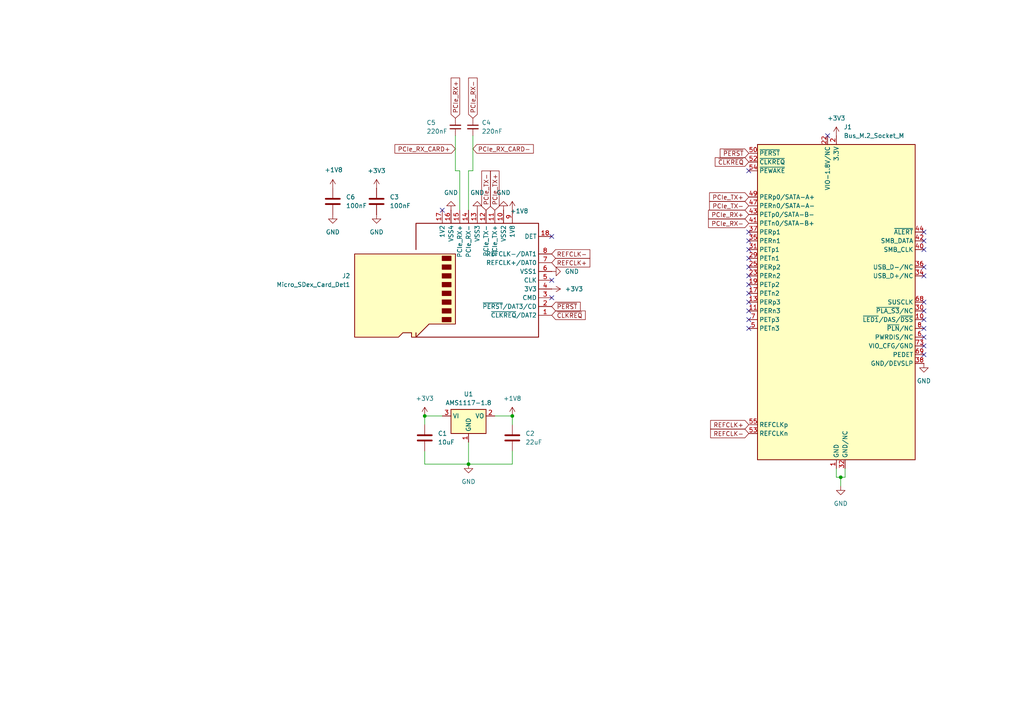
<source format=kicad_sch>
(kicad_sch (version 20250114) (generator "eeschema") (generator_version "9.0")
  (paper "A4")
  (lib_symbols
    (symbol "Device:C" (pin_numbers (hide yes)) (pin_names (offset 0.254))
      (property "Reference" "C" (at 0.635 2.54 0))
      (property "Value" "C" (at 0.635 -2.54 0))
      (symbol "C_0_1"
        (polyline (pts (xy -2.032 0.762) (xy 2.032 0.762)) (stroke (width 0.508)))
        (polyline (pts (xy -2.032 -0.762) (xy 2.032 -0.762)) (stroke (width 0.508)))
      )
      (symbol "C_1_1"
        (pin passive line (at 0 3.81 270) (length 2.794) (name "~") (number "1"))
        (pin passive line (at 0 -3.81 90) (length 2.794) (name "~") (number "2"))
      )
    )
    (symbol "Device:C_Small" (pin_numbers (hide yes)) (pin_names (offset 0.254) (hide yes))
      (property "Reference" "C" (at 0.254 1.778 0))
      (property "Value" "C_Small" (at 0.254 -2.032 0))
      (symbol "C_Small_0_1"
        (polyline (pts (xy -1.524 0.508) (xy 1.524 0.508)) (stroke (width 0.3048)))
        (polyline (pts (xy -1.524 -0.508) (xy 1.524 -0.508)) (stroke (width 0.3302)))
      )
      (symbol "C_Small_1_1"
        (pin passive line (at 0 2.54 270) (length 2.032) (name "~") (number "1"))
        (pin passive line (at 0 -2.54 90) (length 2.032) (name "~") (number "2"))
      )
    )
    (symbol "Regulator_Linear:AMS1117-1.8"
      (property "Reference" "U" (at -3.81 3.175 0))
      (property "Value" "AMS1117-1.8" (at 0 3.175 0))
      (symbol "AMS1117-1.8_0_1"
        (rectangle (start -5.08 -5.08) (end 5.08 1.905) (stroke (width 0.254)) (fill (type background)))
      )
      (symbol "AMS1117-1.8_1_1"
        (pin power_in line (at -7.62 0 0) (length 2.54) (name "VI") (number "3"))
        (pin power_in line (at 0 -7.62 90) (length 2.54) (name "GND") (number "1"))
        (pin power_out line (at 7.62 0 180) (length 2.54) (name "VO") (number "2"))
      )
    )
    (symbol "m1cha:Bus_M.2_Socket_M"
      (property "Reference" "J" (at -22.86 46.99 0))
      (property "Value" "Bus_M.2_Socket_M" (at 0.254 59.436 0))
      (symbol "Bus_M.2_Socket_M_0_1"
        (rectangle (start -22.86 45.72) (end 22.86 -45.72) (stroke (width 0.254)) (fill (type background)))
      )
      (symbol "Bus_M.2_Socket_M_1_0"
        (pin passive line (at 0 -48.26 90) (length 2.54) (hide yes) (name "GND") (number "76"))
        (pin passive line (at 0 -48.26 90) (length 2.54) (hide yes) (name "GND") (number "77"))
      )
      (symbol "Bus_M.2_Socket_M_1_1"
        (pin input line (at -25.4 43.18 0) (length 2.54) (name "~{PERST}") (number "50"))
        (pin bidirectional line (at -25.4 40.64 0) (length 2.54) (name "~{CLKREQ}") (number "52"))
        (pin bidirectional line (at -25.4 38.1 0) (length 2.54) (name "~{PEWAKE}") (number "54"))
        (pin output line (at -25.4 30.48 0) (length 2.54) (name "PERp0/SATA-A+") (number "49"))
        (pin output line (at -25.4 27.94 0) (length 2.54) (name "PERn0/SATA-A-") (number "47"))
        (pin input line (at -25.4 25.4 0) (length 2.54) (name "PETp0/SATA-B-") (number "43"))
        (pin input line (at -25.4 22.86 0) (length 2.54) (name "PETn0/SATA-B+") (number "41"))
        (pin output line (at -25.4 20.32 0) (length 2.54) (name "PERp1") (number "37"))
        (pin output line (at -25.4 17.78 0) (length 2.54) (name "PERn1") (number "35"))
        (pin output line (at -25.4 15.24 0) (length 2.54) (name "PETp1") (number "31"))
        (pin output line (at -25.4 12.7 0) (length 2.54) (name "PETn1") (number "29"))
        (pin input line (at -25.4 10.16 0) (length 2.54) (name "PERp2") (number "25"))
        (pin input line (at -25.4 7.62 0) (length 2.54) (name "PERn2") (number "23"))
        (pin output line (at -25.4 5.08 0) (length 2.54) (name "PETp2") (number "19"))
        (pin output line (at -25.4 2.54 0) (length 2.54) (name "PETn2") (number "17"))
        (pin input line (at -25.4 0 0) (length 2.54) (name "PERp3") (number "13"))
        (pin input line (at -25.4 -2.54 0) (length 2.54) (name "PERn3") (number "11"))
        (pin input line (at -25.4 -5.08 0) (length 2.54) (name "PETp3") (number "7"))
        (pin input line (at -25.4 -7.62 0) (length 2.54) (name "PETn3") (number "5"))
        (pin input line (at -25.4 -35.56 0) (length 2.54) (name "REFCLKp") (number "55"))
        (pin input line (at -25.4 -38.1 0) (length 2.54) (name "REFCLKn") (number "53"))
        (pin input line (at -2.54 48.26 270) (length 2.54) (name "VIO-1.8V/NC") (number "22"))
        (pin passive line (at 0 48.26 270) (length 2.54) (hide yes) (name "3.3V") (number "12"))
        (pin passive line (at 0 48.26 270) (length 2.54) (hide yes) (name "3.3V") (number "14"))
        (pin passive line (at 0 48.26 270) (length 2.54) (hide yes) (name "3.3V") (number "16"))
        (pin passive line (at 0 48.26 270) (length 2.54) (hide yes) (name "3.3V") (number "18"))
        (pin power_out line (at 0 48.26 270) (length 2.54) (name "3.3V") (number "2"))
        (pin passive line (at 0 48.26 270) (length 2.54) (hide yes) (name "3.3V") (number "4"))
        (pin passive line (at 0 48.26 270) (length 2.54) (hide yes) (name "3.3V") (number "70"))
        (pin passive line (at 0 48.26 270) (length 2.54) (hide yes) (name "3.3V") (number "72"))
        (pin passive line (at 0 48.26 270) (length 2.54) (hide yes) (name "3.3V") (number "74"))
        (pin power_out line (at 0 -48.26 90) (length 2.54) (name "GND") (number "1"))
        (pin passive line (at 0 -48.26 90) (length 2.54) (hide yes) (name "GND") (number "15"))
        (pin passive line (at 0 -48.26 90) (length 2.54) (hide yes) (name "GND") (number "21"))
        (pin passive line (at 0 -48.26 90) (length 2.54) (hide yes) (name "GND") (number "27"))
        (pin passive line (at 0 -48.26 90) (length 2.54) (hide yes) (name "GND") (number "3"))
        (pin passive line (at 0 -48.26 90) (length 2.54) (hide yes) (name "GND") (number "33"))
        (pin passive line (at 0 -48.26 90) (length 2.54) (hide yes) (name "GND") (number "39"))
        (pin passive line (at 0 -48.26 90) (length 2.54) (hide yes) (name "GND") (number "45"))
        (pin passive line (at 0 -48.26 90) (length 2.54) (hide yes) (name "GND") (number "51"))
        (pin passive line (at 0 -48.26 90) (length 2.54) (hide yes) (name "GND") (number "57"))
        (pin passive line (at 0 -48.26 90) (length 2.54) (hide yes) (name "GND") (number "71"))
        (pin passive line (at 0 -48.26 90) (length 2.54) (hide yes) (name "GND") (number "75"))
        (pin passive line (at 0 -48.26 90) (length 2.54) (hide yes) (name "GND") (number "9"))
        (pin passive line (at 2.54 -48.26 90) (length 2.54) (name "GND/NC") (number "32"))
        (pin no_connect line (at 22.86 43.18 180) (length 2.54) (hide yes) (name "MFG_CLOCK") (number "58"))
        (pin no_connect line (at 22.86 40.64 180) (length 2.54) (hide yes) (name "MFG_DATA") (number "56"))
        (pin no_connect line (at 22.86 38.1 180) (length 2.54) (hide yes) (name "NC") (number "48"))
        (pin no_connect line (at 22.86 35.56 180) (length 2.54) (hide yes) (name "NC") (number "46"))
        (pin no_connect line (at 22.86 33.02 180) (length 2.54) (hide yes) (name "NC") (number "28"))
        (pin no_connect line (at 22.86 30.48 180) (length 2.54) (hide yes) (name "NC") (number "26"))
        (pin no_connect line (at 22.86 27.94 180) (length 2.54) (hide yes) (name "NC") (number "24"))
        (pin no_connect line (at 22.86 25.4 180) (length 2.54) (hide yes) (name "NC") (number "20"))
        (pin no_connect line (at 22.86 22.86 180) (length 2.54) (hide yes) (name "NC") (number "67"))
        (pin output line (at 25.4 20.32 180) (length 2.54) (name "~{ALERT}") (number "44"))
        (pin bidirectional line (at 25.4 17.78 180) (length 2.54) (name "SMB_DATA") (number "42"))
        (pin bidirectional line (at 25.4 15.24 180) (length 2.54) (name "SMB_CLK") (number "40"))
        (pin bidirectional line (at 25.4 10.16 180) (length 2.54) (name "USB_D-/NC") (number "36"))
        (pin bidirectional line (at 25.4 7.62 180) (length 2.54) (name "USB_D+/NC") (number "34"))
        (pin input line (at 25.4 0 180) (length 2.54) (name "SUSCLK") (number "68"))
        (pin output line (at 25.4 -2.54 180) (length 2.54) (name "~{PLA_S3}/NC") (number "30"))
        (pin bidirectional line (at 25.4 -5.08 180) (length 2.54) (name "~{LED1}/DAS/~{DSS}") (number "10"))
        (pin input line (at 25.4 -7.62 180) (length 2.54) (name "~{PLN}/NC") (number "8"))
        (pin input line (at 25.4 -10.16 180) (length 2.54) (name "PWRDIS/NC") (number "6"))
        (pin passive line (at 25.4 -12.7 180) (length 2.54) (name "VIO_CFG/GND") (number "73"))
        (pin passive line (at 25.4 -15.24 180) (length 2.54) (name "PEDET") (number "69"))
        (pin input line (at 25.4 -17.78 180) (length 2.54) (name "GND/DEVSLP") (number "38"))
      )
    )
    (symbol "m1cha:Micro_SDex_Card_Det1"
      (property "Reference" "J" (at -16.51 17.78 0))
      (property "Value" "Micro_SDex_Card_Det1" (at 16.51 17.78 0))
      (symbol "Micro_SDex_Card_Det1_0_1"
        (polyline (pts (xy 5.08 -7.62) (xy 5.08 12.7) (xy 12.7 12.7) (xy 16.51 16.51) (xy 17.78 16.51) (xy 17.78 15.24) (xy 20.32 15.24) (xy 21.59 16.51) (xy 34.29 16.51) (xy 34.29 -7.62) (xy 5.08 -7.62)) (stroke (width 0.254)) (fill (type background)))
        (rectangle (start 6.35 12.065) (end 8.89 10.795) (stroke (width 0.254)) (fill (type outline)))
        (rectangle (start 6.35 9.525) (end 8.89 8.255) (stroke (width 0.254)) (fill (type outline)))
        (rectangle (start 6.35 6.985) (end 8.89 5.715) (stroke (width 0.254)) (fill (type outline)))
        (rectangle (start 6.35 4.445) (end 8.89 3.175) (stroke (width 0.254)) (fill (type outline)))
        (rectangle (start 6.35 1.905) (end 8.89 0.635) (stroke (width 0.254)) (fill (type outline)))
        (rectangle (start 6.35 -0.635) (end 8.89 -1.905) (stroke (width 0.254)) (fill (type outline)))
        (rectangle (start 6.35 -3.175) (end 8.89 -4.445) (stroke (width 0.254)) (fill (type outline)))
        (rectangle (start 6.35 -5.715) (end 8.89 -6.985) (stroke (width 0.254)) (fill (type outline)))
        (polyline (pts (xy 16.51 15.24) (xy 16.51 16.51) (xy -19.05 16.51) (xy -19.05 -16.51) (xy 16.51 -16.51) (xy 16.51 -8.89)) (stroke (width 0.254)))
      )
      (symbol "Micro_SDex_Card_Det1_1_1"
        (pin bidirectional line (at -22.86 10.16 0) (length 3.81) (name "~{CLKREQ}/DAT2") (number "1"))
        (pin bidirectional line (at -22.86 7.62 0) (length 3.81) (name "~{PERST}/DAT3/CD") (number "2"))
        (pin input line (at -22.86 5.08 0) (length 3.81) (name "CMD") (number "3"))
        (pin power_in line (at -22.86 2.54 0) (length 3.81) (name "3V3") (number "4"))
        (pin input line (at -22.86 0 0) (length 3.81) (name "CLK") (number "5"))
        (pin power_in line (at -22.86 -2.54 0) (length 3.81) (name "VSS1") (number "6"))
        (pin bidirectional line (at -22.86 -5.08 0) (length 3.81) (name "REFCLK+/DAT0") (number "7"))
        (pin bidirectional line (at -22.86 -7.62 0) (length 3.81) (name "REFCLK-/DAT1") (number "8"))
        (pin passive line (at -22.86 -12.7 0) (length 3.81) (name "DET") (number "18"))
        (pin power_in line (at -11.43 -20.32 90) (length 3.81) (name "1V8") (number "9"))
        (pin power_in line (at -8.89 -20.32 90) (length 3.81) (name "VSS2") (number "10"))
        (pin input line (at -6.35 -20.32 90) (length 3.81) (name "PCIe_TX+") (number "11"))
        (pin input line (at -3.81 -20.32 90) (length 3.81) (name "PCIe_TX-") (number "12"))
        (pin power_in line (at -1.27 -20.32 90) (length 3.81) (name "VSS3") (number "13"))
        (pin output line (at 1.27 -20.32 90) (length 3.81) (name "PCIe_RX-") (number "14"))
        (pin output line (at 3.81 -20.32 90) (length 3.81) (name "PCIe_RX+") (number "15"))
        (pin power_in line (at 6.35 -20.32 90) (length 3.81) (name "VSS4") (number "16"))
        (pin power_in line (at 8.89 -20.32 90) (length 3.81) (name "1V2") (number "17"))
      )
    )
    (symbol "power:+1V8" (power) (pin_numbers (hide yes)) (pin_names (offset 0) (hide yes))
      (property "Value" "+1V8" (at 0 3.556 0))
      (symbol "+1V8_0_1"
        (polyline (pts (xy -0.762 1.27) (xy 0 2.54)))
        (polyline (pts (xy 0 2.54) (xy 0.762 1.27)))
        (polyline (pts (xy 0 0) (xy 0 2.54)))
      )
      (symbol "+1V8_1_1"
        (pin power_in line (at 0 0 90) (length 0) (name "~") (number "1"))
      )
    )
    (symbol "power:+3V3" (power) (pin_numbers (hide yes)) (pin_names (offset 0) (hide yes))
      (property "Value" "+3V3" (at 0 3.556 0))
      (symbol "+3V3_0_1"
        (polyline (pts (xy -0.762 1.27) (xy 0 2.54)))
        (polyline (pts (xy 0 2.54) (xy 0.762 1.27)))
        (polyline (pts (xy 0 0) (xy 0 2.54)))
      )
      (symbol "+3V3_1_1"
        (pin power_in line (at 0 0 90) (length 0) (name "~") (number "1"))
      )
    )
    (symbol "power:GND" (power) (pin_numbers (hide yes)) (pin_names (offset 0) (hide yes))
      (property "Value" "GND" (at 0 -3.81 0))
      (symbol "GND_0_1"
        (polyline (pts (xy 0 0) (xy 0 -1.27) (xy 1.27 -1.27) (xy 0 -2.54) (xy -1.27 -1.27) (xy 0 -1.27)))
      )
      (symbol "GND_1_1"
        (pin power_in line (at 0 0 270) (length 0) (name "~") (number "1"))
      )
    )
  )
  (junction (at 123.19 120.65))
  (junction (at 135.89 134.62))
  (junction (at 243.84 138.43))
  (junction (at 148.59 120.65))
  (no_connect (at 267.97 69.85))
  (no_connect (at 217.17 90.17))
  (no_connect (at 128.27 60.96))
  (no_connect (at 267.97 67.31))
  (no_connect (at 217.17 72.39))
  (no_connect (at 217.17 87.63))
  (no_connect (at 267.97 80.01))
  (no_connect (at 267.97 77.47))
  (no_connect (at 217.17 82.55))
  (no_connect (at 217.17 95.25))
  (no_connect (at 240.03 39.37))
  (no_connect (at 267.97 97.79))
  (no_connect (at 267.97 87.63))
  (no_connect (at 217.17 67.31))
  (no_connect (at 217.17 69.85))
  (no_connect (at 217.17 92.71))
  (no_connect (at 267.97 72.39))
  (no_connect (at 267.97 95.25))
  (no_connect (at 217.17 80.01))
  (no_connect (at 217.17 49.53))
  (no_connect (at 267.97 102.87))
  (no_connect (at 267.97 92.71))
  (no_connect (at 217.17 77.47))
  (no_connect (at 267.97 90.17))
  (no_connect (at 217.17 74.93))
  (no_connect (at 160.02 68.58))
  (no_connect (at 160.02 86.36))
  (no_connect (at 217.17 85.09))
  (no_connect (at 267.97 100.33))
  (no_connect (at 160.02 81.28))
  (wire (pts (xy 128.27 120.65) (xy 123.19 120.65)))
  (wire (pts (xy 148.59 134.62) (xy 148.59 130.81)))
  (wire (pts (xy 137.16 49.53) (xy 135.89 49.53)))
  (wire (pts (xy 123.19 120.65) (xy 123.19 123.19)))
  (wire (pts (xy 132.08 49.53) (xy 132.08 39.37)))
  (wire (pts (xy 135.89 128.27) (xy 135.89 134.62)))
  (wire (pts (xy 137.16 39.37) (xy 137.16 49.53)))
  (wire (pts (xy 242.57 138.43) (xy 243.84 138.43)))
  (wire (pts (xy 243.84 138.43) (xy 243.84 140.97)))
  (wire (pts (xy 245.11 138.43) (xy 243.84 138.43)))
  (wire (pts (xy 123.19 134.62) (xy 135.89 134.62)))
  (wire (pts (xy 135.89 49.53) (xy 135.89 60.96)))
  (wire (pts (xy 245.11 135.89) (xy 245.11 138.43)))
  (wire (pts (xy 132.08 49.53) (xy 133.35 49.53)))
  (wire (pts (xy 148.59 120.65) (xy 148.59 123.19)))
  (wire (pts (xy 133.35 49.53) (xy 133.35 60.96)))
  (wire (pts (xy 143.51 120.65) (xy 148.59 120.65)))
  (wire (pts (xy 123.19 130.81) (xy 123.19 134.62)))
  (wire (pts (xy 242.57 135.89) (xy 242.57 138.43)))
  (wire (pts (xy 135.89 134.62) (xy 148.59 134.62)))
  (global_label "PCIe_TX-" (shape input) (at 217.17 59.69 180) (property "Intersheetrefs" "${INTERSHEET_REFS}" (effects (hide yes))))
  (global_label "~{PERST}" (shape input) (at 217.17 44.45 180) (property "Intersheetrefs" "${INTERSHEET_REFS}" (effects (hide yes))))
  (global_label "~{CLKREQ}" (shape input) (at 217.17 46.99 180) (property "Intersheetrefs" "${INTERSHEET_REFS}" (effects (hide yes))))
  (global_label "REFCLK-" (shape input) (at 217.17 125.73 180) (property "Intersheetrefs" "${INTERSHEET_REFS}" (effects (hide yes))))
  (global_label "PCIe_RX+" (shape input) (at 132.08 34.29 90) (property "Intersheetrefs" "${INTERSHEET_REFS}" (effects (hide yes))))
  (global_label "REFCLK+" (shape input) (at 160.02 76.2 0) (property "Intersheetrefs" "${INTERSHEET_REFS}" (effects (hide yes))))
  (global_label "PCIe_RX-" (shape input) (at 217.17 64.77 180) (property "Intersheetrefs" "${INTERSHEET_REFS}" (effects (hide yes))))
  (global_label "PCIe_RX-" (shape input) (at 137.16 34.29 90) (property "Intersheetrefs" "${INTERSHEET_REFS}" (effects (hide yes))))
  (global_label "REFCLK+" (shape input) (at 217.17 123.19 180) (property "Intersheetrefs" "${INTERSHEET_REFS}" (effects (hide yes))))
  (global_label "REFCLK-" (shape input) (at 160.02 73.66 0) (property "Intersheetrefs" "${INTERSHEET_REFS}" (effects (hide yes))))
  (global_label "PCIe_RX_CARD-" (shape input) (at 137.16 43.18 0) (property "Intersheetrefs" "${INTERSHEET_REFS}" (effects (hide yes))))
  (global_label "PCIe_TX+" (shape input) (at 217.17 57.15 180) (property "Intersheetrefs" "${INTERSHEET_REFS}" (effects (hide yes))))
  (global_label "PCIe_RX+" (shape input) (at 217.17 62.23 180) (property "Intersheetrefs" "${INTERSHEET_REFS}" (effects (hide yes))))
  (global_label "~{CLKREQ}" (shape input) (at 160.02 91.44 0) (property "Intersheetrefs" "${INTERSHEET_REFS}" (effects (hide yes))))
  (global_label "PCIe_RX_CARD+" (shape input) (at 132.08 43.18 180) (property "Intersheetrefs" "${INTERSHEET_REFS}" (effects (hide yes))))
  (global_label "~{PERST}" (shape input) (at 160.02 88.9 0) (property "Intersheetrefs" "${INTERSHEET_REFS}" (effects (hide yes))))
  (global_label "PCIe_TX-" (shape input) (at 140.97 60.96 90) (property "Intersheetrefs" "${INTERSHEET_REFS}" (effects (hide yes))))
  (global_label "PCIe_TX+" (shape input) (at 143.51 60.96 90) (property "Intersheetrefs" "${INTERSHEET_REFS}" (effects (hide yes))))
  (symbol (lib_id "power:+3V3") (at 242.57 39.37 0) (unit 1)
    (property "Reference" "#PWR03" (effects (hide yes)))
    (property "Value" "+3V3" (at 242.57 34.29 0))
    (property "Description" "Power symbol creates a global label with name \"+3V3\"" (effects (hide yes)))
  )
  (symbol (lib_id "power:GND") (at 96.52 62.23 0) (unit 1)
    (property "Reference" "#PWR017" (effects (hide yes)))
    (property "Value" "GND" (at 96.52 67.31 0))
    (property "Description" "Power symbol creates a global label with name \"GND\" , ground" (effects (hide yes)))
  )
  (symbol (lib_id "power:GND") (at 160.02 78.74 90) (unit 1)
    (property "Reference" "#PWR010" (effects (hide yes)))
    (property "Value" "GND" (at 163.83 78.7399 90) (effects (justify right)))
    (property "Description" "Power symbol creates a global label with name \"GND\" , ground" (effects (hide yes)))
  )
  (symbol (lib_id "Device:C") (at 148.59 127 0) (unit 1)
    (property "Reference" "C2" (at 152.4 125.7299 0) (effects (justify left)))
    (property "Value" "22uF" (at 152.4 128.2699 0) (effects (justify left)))
    (property "Footprint" "Capacitor_SMD:C_0603_1608Metric" (effects (hide yes)))
    (property "Description" "Unpolarized capacitor" (effects (hide yes)))
  )
  (symbol (lib_id "power:GND") (at 243.84 140.97 0) (unit 1)
    (property "Reference" "#PWR01" (effects (hide yes)))
    (property "Value" "GND" (at 243.84 146.05 0))
    (property "Description" "Power symbol creates a global label with name \"GND\" , ground" (effects (hide yes)))
  )
  (symbol (lib_id "power:+3V3") (at 123.19 120.65 0) (unit 1)
    (property "Reference" "#PWR012" (effects (hide yes)))
    (property "Value" "+3V3" (at 123.19 115.57 0))
    (property "Description" "Power symbol creates a global label with name \"+3V3\"" (effects (hide yes)))
  )
  (symbol (lib_id "Device:C") (at 109.22 58.42 0) (unit 1)
    (property "Reference" "C3" (at 113.03 57.1499 0) (effects (justify left)))
    (property "Value" "100nF" (at 113.03 59.6899 0) (effects (justify left)))
    (property "Footprint" "Capacitor_SMD:C_0603_1608Metric" (effects (hide yes)))
    (property "Description" "Unpolarized capacitor" (effects (hide yes)))
  )
  (symbol (lib_id "power:GND") (at 138.43 60.96 180) (unit 1)
    (property "Reference" "#PWR07" (effects (hide yes)))
    (property "Value" "GND" (at 138.43 55.88 0))
    (property "Description" "Power symbol creates a global label with name \"GND\" , ground" (effects (hide yes)))
  )
  (symbol (lib_id "Device:C_Small") (at 132.08 36.83 180) (unit 1)
    (property "Reference" "C5" (at 123.698 35.56 0) (effects (justify right)))
    (property "Value" "220nF" (at 123.698 38.1 0) (effects (justify right)))
    (property "Footprint" "Capacitor_SMD:C_0603_1608Metric" (effects (hide yes)))
    (property "Description" "Unpolarized capacitor, small symbol" (effects (hide yes)))
  )
  (symbol (lib_id "power:+3V3") (at 109.22 54.61 0) (unit 1)
    (property "Reference" "#PWR014" (effects (hide yes)))
    (property "Value" "+3V3" (at 109.22 49.53 0))
    (property "Description" "Power symbol creates a global label with name \"+3V3\"" (effects (hide yes)))
  )
  (symbol (lib_id "power:+3V3") (at 160.02 83.82 270) (unit 1)
    (property "Reference" "#PWR05" (effects (hide yes)))
    (property "Value" "+3V3" (at 163.83 83.8199 90) (effects (justify left)))
    (property "Description" "Power symbol creates a global label with name \"+3V3\"" (effects (hide yes)))
  )
  (symbol (lib_id "power:GND") (at 109.22 62.23 0) (unit 1)
    (property "Reference" "#PWR015" (effects (hide yes)))
    (property "Value" "GND" (at 109.22 67.31 0))
    (property "Description" "Power symbol creates a global label with name \"GND\" , ground" (effects (hide yes)))
  )
  (symbol (lib_id "power:GND") (at 146.05 60.96 180) (unit 1)
    (property "Reference" "#PWR08" (effects (hide yes)))
    (property "Value" "GND" (at 146.05 55.88 0))
    (property "Description" "Power symbol creates a global label with name \"GND\" , ground" (effects (hide yes)))
  )
  (symbol (lib_id "power:+1V8") (at 148.59 60.96 0) (unit 1)
    (property "Reference" "#PWR09" (effects (hide yes)))
    (property "Value" "+1V8" (at 150.622 61.214 0))
    (property "Description" "Power symbol creates a global label with name \"+1V8\"" (effects (hide yes)))
  )
  (symbol (lib_id "power:+1V8") (at 96.52 54.61 0) (unit 1)
    (property "Reference" "#PWR016" (effects (hide yes)))
    (property "Value" "+1V8" (at 96.774 49.276 0))
    (property "Description" "Power symbol creates a global label with name \"+1V8\"" (effects (hide yes)))
  )
  (symbol (lib_id "m1cha:Micro_SDex_Card_Det1") (at 137.16 81.28 180) (unit 1)
    (property "Reference" "J2" (at 101.6 80.0099 0) (effects (justify left)))
    (property "Value" "Micro_SDex_Card_Det1" (at 101.6 82.5499 0) (effects (justify left)))
    (property "Footprint" "m1cha:Amphenol 10102166A812A" (effects (hide yes)))
    (property "Datasheet" "https://datasheet.lcsc.com/lcsc/2110151630_XKB-Connectivity-XKTF-015-N_C381082.pdf" (effects (hide yes)))
    (property "Description" "Micro SD Card Socket with one card detection pin" (effects (hide yes)))
  )
  (symbol (lib_id "m1cha:Bus_M.2_Socket_M") (at 242.57 87.63 0) (unit 1)
    (property "Reference" "J1" (at 244.7133 36.83 0) (effects (justify left)))
    (property "Value" "Bus_M.2_Socket_M" (at 244.7133 39.37 0) (effects (justify left)))
    (property "Footprint" "m1cha:2230-key-M" (effects (hide yes)))
    (property "Datasheet" "https://web.archive.org/web/20200613074028/http://read.pudn.com/downloads794/doc/project/3133918/PCIe_M.2_Electromechanical_Spec_Rev1.0_Final_11012013_RS_Clean.pdf#page=155" (effects (hide yes)))
    (property "Description" "M.2 S3 Adapter 3 Key M" (effects (hide yes)))
  )
  (symbol (lib_id "Device:C") (at 96.52 58.42 0) (unit 1)
    (property "Reference" "C6" (at 100.33 57.1499 0) (effects (justify left)))
    (property "Value" "100nF" (at 100.33 59.6899 0) (effects (justify left)))
    (property "Footprint" "Capacitor_SMD:C_0603_1608Metric" (effects (hide yes)))
    (property "Description" "Unpolarized capacitor" (effects (hide yes)))
  )
  (symbol (lib_id "power:GND") (at 267.97 105.41 0) (unit 1)
    (property "Reference" "#PWR02" (effects (hide yes)))
    (property "Value" "GND" (at 267.97 110.49 0))
    (property "Description" "Power symbol creates a global label with name \"GND\" , ground" (effects (hide yes)))
  )
  (symbol (lib_id "power:GND") (at 130.81 60.96 180) (unit 1)
    (property "Reference" "#PWR06" (effects (hide yes)))
    (property "Value" "GND" (at 130.81 55.88 0))
    (property "Description" "Power symbol creates a global label with name \"GND\" , ground" (effects (hide yes)))
  )
  (symbol (lib_id "power:GND") (at 135.89 134.62 0) (unit 1)
    (property "Reference" "#PWR011" (effects (hide yes)))
    (property "Value" "GND" (at 135.89 139.7 0))
    (property "Description" "Power symbol creates a global label with name \"GND\" , ground" (effects (hide yes)))
  )
  (symbol (lib_id "Device:C") (at 123.19 127 0) (unit 1)
    (property "Reference" "C1" (at 127 125.7299 0) (effects (justify left)))
    (property "Value" "10uF" (at 127 128.2699 0) (effects (justify left)))
    (property "Footprint" "Capacitor_SMD:C_0603_1608Metric" (effects (hide yes)))
    (property "Description" "Unpolarized capacitor" (effects (hide yes)))
  )
  (symbol (lib_id "Device:C_Small") (at 137.16 36.83 0) (unit 1)
    (property "Reference" "C4" (at 139.7 35.5662 0) (effects (justify left)))
    (property "Value" "220nF" (at 139.7 38.1062 0) (effects (justify left)))
    (property "Footprint" "Capacitor_SMD:C_0603_1608Metric" (effects (hide yes)))
    (property "Description" "Unpolarized capacitor, small symbol" (effects (hide yes)))
  )
  (symbol (lib_id "power:+1V8") (at 148.59 120.65 0) (unit 1)
    (property "Reference" "#PWR013" (effects (hide yes)))
    (property "Value" "+1V8" (at 148.59 115.57 0))
    (property "Description" "Power symbol creates a global label with name \"+1V8\"" (effects (hide yes)))
  )
  (symbol (lib_id "Regulator_Linear:AMS1117-1.8") (at 135.89 120.65 0) (unit 1)
    (property "Reference" "U1" (at 135.89 114.3 0))
    (property "Value" "AMS1117-1.8" (at 135.89 116.84 0))
    (property "Footprint" "Package_TO_SOT_SMD:SOT-223-3_TabPin2" (effects (hide yes)))
    (property "Datasheet" "http://www.advanced-monolithic.com/pdf/ds1117.pdf" (effects (hide yes)))
    (property "Description" "1A Low Dropout regulator, positive, 1.8V fixed output, SOT-223" (effects (hide yes)))
  )
)
</source>
